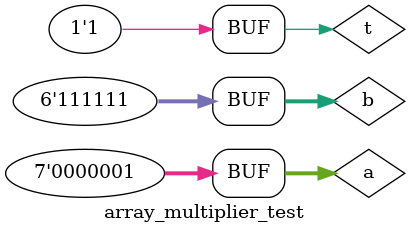
<source format=v>
`timescale 1ns / 1ps


module array_multiplier_test;

	// Inputs
	reg t;
	reg [6:0] a;
	reg [5:0] b;

	// Outputs
	wire [12:0] c;

	// Instantiate the Unit Under Test (UUT)
	array_multiplier uut (
		.t(t), 
		.a(a), 
		.b(b), 
		.c(c)
	);

	initial begin
		// Initialize Inputs

		// Wait 100 ns for global reset to finish
		t = 1; a = 'b1111101; b = 'b000011; // -3 * 3 signed
		#100;
		t = 0; a = 'b1111110; b = 'b111101; // 61 * 126 unsigned
		#100;
		t = 1; a = 'b1111110; b = 'b000011; // -2 * 3 signed
		#100;
		t = 1; a = 'b0000010; b = 'b111110; // 2 * -2 signed
		#100;
		t = 1; a = 'b0000010; b = 'b000010; // 2 * 2 signed
		#100;
		t = 0; a = 'b0000010; b = 'b000101; // 2 * 5 unsigned
		#100;
		t = 0; a = 'b0000000; b = 'b000001; // 0 * 1 unsigned
		#100;
		t = 0; a = 'b0000000; b = 'b111111; // 0 * 63 unsigned
		#100;
		t = 1; a = 'b0000000; b = 'b000001; // 0 * 1 signed
		#100;
		t = 1; a = 'b0000001; b = 'b111111; // 1 * -1 signed
		#100;
        
		// Add stimulus here

	end
      
endmodule


</source>
